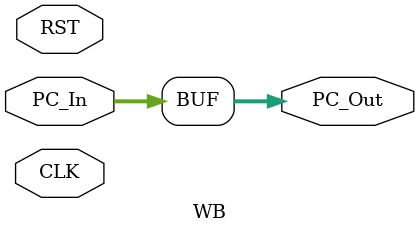
<source format=v>
module WB(
	CLK,
	RST,
	PC_In,
	PC_Out
);

	input CLK,RST;
	input [31:0] PC_In;
	output [31:0] PC_Out;

	assign PC_Out = PC_In;
    
endmodule
</source>
